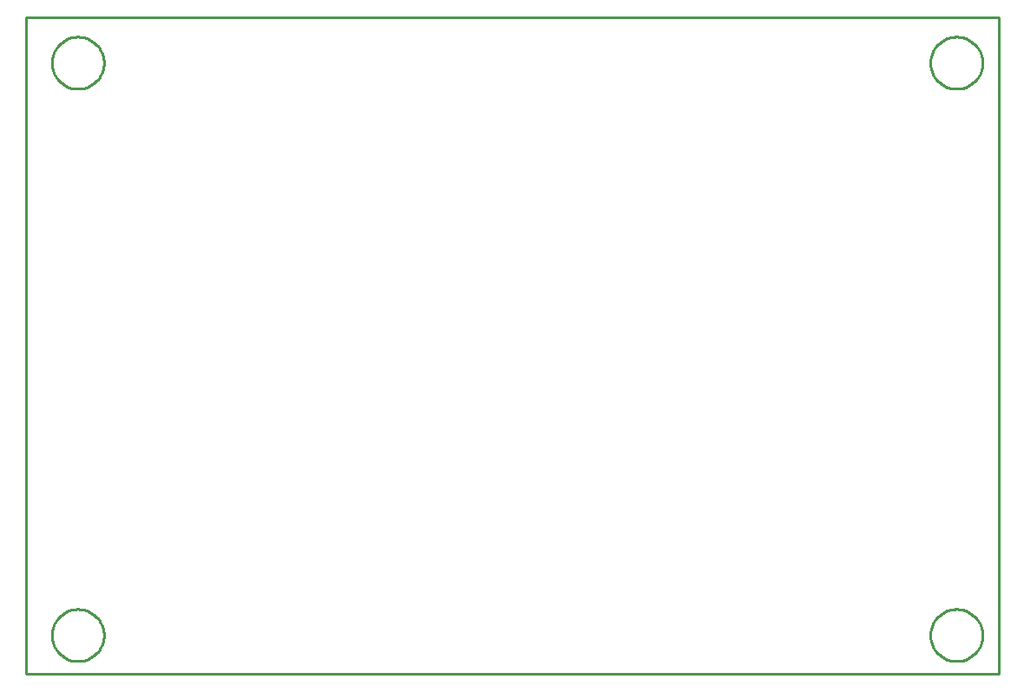
<source format=gbr>
G04 EAGLE Gerber RS-274X export*
G75*
%MOMM*%
%FSLAX34Y34*%
%LPD*%
%IN*%
%IPPOS*%
%AMOC8*
5,1,8,0,0,1.08239X$1,22.5*%
G01*
%ADD10C,0.000000*%
%ADD11C,0.254000*%


D10*
X76200Y95250D02*
X1025400Y95250D01*
X1025400Y736500D01*
X76200Y736500D01*
X76200Y95250D01*
X958850Y133350D02*
X958858Y133973D01*
X958881Y134596D01*
X958919Y135219D01*
X958972Y135840D01*
X959041Y136459D01*
X959125Y137077D01*
X959224Y137692D01*
X959338Y138305D01*
X959467Y138915D01*
X959611Y139522D01*
X959770Y140125D01*
X959944Y140723D01*
X960132Y141318D01*
X960335Y141907D01*
X960552Y142491D01*
X960783Y143070D01*
X961029Y143643D01*
X961289Y144210D01*
X961562Y144770D01*
X961849Y145323D01*
X962150Y145870D01*
X962464Y146408D01*
X962791Y146939D01*
X963131Y147461D01*
X963483Y147976D01*
X963849Y148481D01*
X964226Y148977D01*
X964616Y149464D01*
X965017Y149941D01*
X965430Y150408D01*
X965854Y150864D01*
X966289Y151311D01*
X966736Y151746D01*
X967192Y152170D01*
X967659Y152583D01*
X968136Y152984D01*
X968623Y153374D01*
X969119Y153751D01*
X969624Y154117D01*
X970139Y154469D01*
X970661Y154809D01*
X971192Y155136D01*
X971730Y155450D01*
X972277Y155751D01*
X972830Y156038D01*
X973390Y156311D01*
X973957Y156571D01*
X974530Y156817D01*
X975109Y157048D01*
X975693Y157265D01*
X976282Y157468D01*
X976877Y157656D01*
X977475Y157830D01*
X978078Y157989D01*
X978685Y158133D01*
X979295Y158262D01*
X979908Y158376D01*
X980523Y158475D01*
X981141Y158559D01*
X981760Y158628D01*
X982381Y158681D01*
X983004Y158719D01*
X983627Y158742D01*
X984250Y158750D01*
X984873Y158742D01*
X985496Y158719D01*
X986119Y158681D01*
X986740Y158628D01*
X987359Y158559D01*
X987977Y158475D01*
X988592Y158376D01*
X989205Y158262D01*
X989815Y158133D01*
X990422Y157989D01*
X991025Y157830D01*
X991623Y157656D01*
X992218Y157468D01*
X992807Y157265D01*
X993391Y157048D01*
X993970Y156817D01*
X994543Y156571D01*
X995110Y156311D01*
X995670Y156038D01*
X996223Y155751D01*
X996770Y155450D01*
X997308Y155136D01*
X997839Y154809D01*
X998361Y154469D01*
X998876Y154117D01*
X999381Y153751D01*
X999877Y153374D01*
X1000364Y152984D01*
X1000841Y152583D01*
X1001308Y152170D01*
X1001764Y151746D01*
X1002211Y151311D01*
X1002646Y150864D01*
X1003070Y150408D01*
X1003483Y149941D01*
X1003884Y149464D01*
X1004274Y148977D01*
X1004651Y148481D01*
X1005017Y147976D01*
X1005369Y147461D01*
X1005709Y146939D01*
X1006036Y146408D01*
X1006350Y145870D01*
X1006651Y145323D01*
X1006938Y144770D01*
X1007211Y144210D01*
X1007471Y143643D01*
X1007717Y143070D01*
X1007948Y142491D01*
X1008165Y141907D01*
X1008368Y141318D01*
X1008556Y140723D01*
X1008730Y140125D01*
X1008889Y139522D01*
X1009033Y138915D01*
X1009162Y138305D01*
X1009276Y137692D01*
X1009375Y137077D01*
X1009459Y136459D01*
X1009528Y135840D01*
X1009581Y135219D01*
X1009619Y134596D01*
X1009642Y133973D01*
X1009650Y133350D01*
X1009642Y132727D01*
X1009619Y132104D01*
X1009581Y131481D01*
X1009528Y130860D01*
X1009459Y130241D01*
X1009375Y129623D01*
X1009276Y129008D01*
X1009162Y128395D01*
X1009033Y127785D01*
X1008889Y127178D01*
X1008730Y126575D01*
X1008556Y125977D01*
X1008368Y125382D01*
X1008165Y124793D01*
X1007948Y124209D01*
X1007717Y123630D01*
X1007471Y123057D01*
X1007211Y122490D01*
X1006938Y121930D01*
X1006651Y121377D01*
X1006350Y120830D01*
X1006036Y120292D01*
X1005709Y119761D01*
X1005369Y119239D01*
X1005017Y118724D01*
X1004651Y118219D01*
X1004274Y117723D01*
X1003884Y117236D01*
X1003483Y116759D01*
X1003070Y116292D01*
X1002646Y115836D01*
X1002211Y115389D01*
X1001764Y114954D01*
X1001308Y114530D01*
X1000841Y114117D01*
X1000364Y113716D01*
X999877Y113326D01*
X999381Y112949D01*
X998876Y112583D01*
X998361Y112231D01*
X997839Y111891D01*
X997308Y111564D01*
X996770Y111250D01*
X996223Y110949D01*
X995670Y110662D01*
X995110Y110389D01*
X994543Y110129D01*
X993970Y109883D01*
X993391Y109652D01*
X992807Y109435D01*
X992218Y109232D01*
X991623Y109044D01*
X991025Y108870D01*
X990422Y108711D01*
X989815Y108567D01*
X989205Y108438D01*
X988592Y108324D01*
X987977Y108225D01*
X987359Y108141D01*
X986740Y108072D01*
X986119Y108019D01*
X985496Y107981D01*
X984873Y107958D01*
X984250Y107950D01*
X983627Y107958D01*
X983004Y107981D01*
X982381Y108019D01*
X981760Y108072D01*
X981141Y108141D01*
X980523Y108225D01*
X979908Y108324D01*
X979295Y108438D01*
X978685Y108567D01*
X978078Y108711D01*
X977475Y108870D01*
X976877Y109044D01*
X976282Y109232D01*
X975693Y109435D01*
X975109Y109652D01*
X974530Y109883D01*
X973957Y110129D01*
X973390Y110389D01*
X972830Y110662D01*
X972277Y110949D01*
X971730Y111250D01*
X971192Y111564D01*
X970661Y111891D01*
X970139Y112231D01*
X969624Y112583D01*
X969119Y112949D01*
X968623Y113326D01*
X968136Y113716D01*
X967659Y114117D01*
X967192Y114530D01*
X966736Y114954D01*
X966289Y115389D01*
X965854Y115836D01*
X965430Y116292D01*
X965017Y116759D01*
X964616Y117236D01*
X964226Y117723D01*
X963849Y118219D01*
X963483Y118724D01*
X963131Y119239D01*
X962791Y119761D01*
X962464Y120292D01*
X962150Y120830D01*
X961849Y121377D01*
X961562Y121930D01*
X961289Y122490D01*
X961029Y123057D01*
X960783Y123630D01*
X960552Y124209D01*
X960335Y124793D01*
X960132Y125382D01*
X959944Y125977D01*
X959770Y126575D01*
X959611Y127178D01*
X959467Y127785D01*
X959338Y128395D01*
X959224Y129008D01*
X959125Y129623D01*
X959041Y130241D01*
X958972Y130860D01*
X958919Y131481D01*
X958881Y132104D01*
X958858Y132727D01*
X958850Y133350D01*
X101600Y133350D02*
X101608Y133973D01*
X101631Y134596D01*
X101669Y135219D01*
X101722Y135840D01*
X101791Y136459D01*
X101875Y137077D01*
X101974Y137692D01*
X102088Y138305D01*
X102217Y138915D01*
X102361Y139522D01*
X102520Y140125D01*
X102694Y140723D01*
X102882Y141318D01*
X103085Y141907D01*
X103302Y142491D01*
X103533Y143070D01*
X103779Y143643D01*
X104039Y144210D01*
X104312Y144770D01*
X104599Y145323D01*
X104900Y145870D01*
X105214Y146408D01*
X105541Y146939D01*
X105881Y147461D01*
X106233Y147976D01*
X106599Y148481D01*
X106976Y148977D01*
X107366Y149464D01*
X107767Y149941D01*
X108180Y150408D01*
X108604Y150864D01*
X109039Y151311D01*
X109486Y151746D01*
X109942Y152170D01*
X110409Y152583D01*
X110886Y152984D01*
X111373Y153374D01*
X111869Y153751D01*
X112374Y154117D01*
X112889Y154469D01*
X113411Y154809D01*
X113942Y155136D01*
X114480Y155450D01*
X115027Y155751D01*
X115580Y156038D01*
X116140Y156311D01*
X116707Y156571D01*
X117280Y156817D01*
X117859Y157048D01*
X118443Y157265D01*
X119032Y157468D01*
X119627Y157656D01*
X120225Y157830D01*
X120828Y157989D01*
X121435Y158133D01*
X122045Y158262D01*
X122658Y158376D01*
X123273Y158475D01*
X123891Y158559D01*
X124510Y158628D01*
X125131Y158681D01*
X125754Y158719D01*
X126377Y158742D01*
X127000Y158750D01*
X127623Y158742D01*
X128246Y158719D01*
X128869Y158681D01*
X129490Y158628D01*
X130109Y158559D01*
X130727Y158475D01*
X131342Y158376D01*
X131955Y158262D01*
X132565Y158133D01*
X133172Y157989D01*
X133775Y157830D01*
X134373Y157656D01*
X134968Y157468D01*
X135557Y157265D01*
X136141Y157048D01*
X136720Y156817D01*
X137293Y156571D01*
X137860Y156311D01*
X138420Y156038D01*
X138973Y155751D01*
X139520Y155450D01*
X140058Y155136D01*
X140589Y154809D01*
X141111Y154469D01*
X141626Y154117D01*
X142131Y153751D01*
X142627Y153374D01*
X143114Y152984D01*
X143591Y152583D01*
X144058Y152170D01*
X144514Y151746D01*
X144961Y151311D01*
X145396Y150864D01*
X145820Y150408D01*
X146233Y149941D01*
X146634Y149464D01*
X147024Y148977D01*
X147401Y148481D01*
X147767Y147976D01*
X148119Y147461D01*
X148459Y146939D01*
X148786Y146408D01*
X149100Y145870D01*
X149401Y145323D01*
X149688Y144770D01*
X149961Y144210D01*
X150221Y143643D01*
X150467Y143070D01*
X150698Y142491D01*
X150915Y141907D01*
X151118Y141318D01*
X151306Y140723D01*
X151480Y140125D01*
X151639Y139522D01*
X151783Y138915D01*
X151912Y138305D01*
X152026Y137692D01*
X152125Y137077D01*
X152209Y136459D01*
X152278Y135840D01*
X152331Y135219D01*
X152369Y134596D01*
X152392Y133973D01*
X152400Y133350D01*
X152392Y132727D01*
X152369Y132104D01*
X152331Y131481D01*
X152278Y130860D01*
X152209Y130241D01*
X152125Y129623D01*
X152026Y129008D01*
X151912Y128395D01*
X151783Y127785D01*
X151639Y127178D01*
X151480Y126575D01*
X151306Y125977D01*
X151118Y125382D01*
X150915Y124793D01*
X150698Y124209D01*
X150467Y123630D01*
X150221Y123057D01*
X149961Y122490D01*
X149688Y121930D01*
X149401Y121377D01*
X149100Y120830D01*
X148786Y120292D01*
X148459Y119761D01*
X148119Y119239D01*
X147767Y118724D01*
X147401Y118219D01*
X147024Y117723D01*
X146634Y117236D01*
X146233Y116759D01*
X145820Y116292D01*
X145396Y115836D01*
X144961Y115389D01*
X144514Y114954D01*
X144058Y114530D01*
X143591Y114117D01*
X143114Y113716D01*
X142627Y113326D01*
X142131Y112949D01*
X141626Y112583D01*
X141111Y112231D01*
X140589Y111891D01*
X140058Y111564D01*
X139520Y111250D01*
X138973Y110949D01*
X138420Y110662D01*
X137860Y110389D01*
X137293Y110129D01*
X136720Y109883D01*
X136141Y109652D01*
X135557Y109435D01*
X134968Y109232D01*
X134373Y109044D01*
X133775Y108870D01*
X133172Y108711D01*
X132565Y108567D01*
X131955Y108438D01*
X131342Y108324D01*
X130727Y108225D01*
X130109Y108141D01*
X129490Y108072D01*
X128869Y108019D01*
X128246Y107981D01*
X127623Y107958D01*
X127000Y107950D01*
X126377Y107958D01*
X125754Y107981D01*
X125131Y108019D01*
X124510Y108072D01*
X123891Y108141D01*
X123273Y108225D01*
X122658Y108324D01*
X122045Y108438D01*
X121435Y108567D01*
X120828Y108711D01*
X120225Y108870D01*
X119627Y109044D01*
X119032Y109232D01*
X118443Y109435D01*
X117859Y109652D01*
X117280Y109883D01*
X116707Y110129D01*
X116140Y110389D01*
X115580Y110662D01*
X115027Y110949D01*
X114480Y111250D01*
X113942Y111564D01*
X113411Y111891D01*
X112889Y112231D01*
X112374Y112583D01*
X111869Y112949D01*
X111373Y113326D01*
X110886Y113716D01*
X110409Y114117D01*
X109942Y114530D01*
X109486Y114954D01*
X109039Y115389D01*
X108604Y115836D01*
X108180Y116292D01*
X107767Y116759D01*
X107366Y117236D01*
X106976Y117723D01*
X106599Y118219D01*
X106233Y118724D01*
X105881Y119239D01*
X105541Y119761D01*
X105214Y120292D01*
X104900Y120830D01*
X104599Y121377D01*
X104312Y121930D01*
X104039Y122490D01*
X103779Y123057D01*
X103533Y123630D01*
X103302Y124209D01*
X103085Y124793D01*
X102882Y125382D01*
X102694Y125977D01*
X102520Y126575D01*
X102361Y127178D01*
X102217Y127785D01*
X102088Y128395D01*
X101974Y129008D01*
X101875Y129623D01*
X101791Y130241D01*
X101722Y130860D01*
X101669Y131481D01*
X101631Y132104D01*
X101608Y132727D01*
X101600Y133350D01*
X101600Y692150D02*
X101608Y692773D01*
X101631Y693396D01*
X101669Y694019D01*
X101722Y694640D01*
X101791Y695259D01*
X101875Y695877D01*
X101974Y696492D01*
X102088Y697105D01*
X102217Y697715D01*
X102361Y698322D01*
X102520Y698925D01*
X102694Y699523D01*
X102882Y700118D01*
X103085Y700707D01*
X103302Y701291D01*
X103533Y701870D01*
X103779Y702443D01*
X104039Y703010D01*
X104312Y703570D01*
X104599Y704123D01*
X104900Y704670D01*
X105214Y705208D01*
X105541Y705739D01*
X105881Y706261D01*
X106233Y706776D01*
X106599Y707281D01*
X106976Y707777D01*
X107366Y708264D01*
X107767Y708741D01*
X108180Y709208D01*
X108604Y709664D01*
X109039Y710111D01*
X109486Y710546D01*
X109942Y710970D01*
X110409Y711383D01*
X110886Y711784D01*
X111373Y712174D01*
X111869Y712551D01*
X112374Y712917D01*
X112889Y713269D01*
X113411Y713609D01*
X113942Y713936D01*
X114480Y714250D01*
X115027Y714551D01*
X115580Y714838D01*
X116140Y715111D01*
X116707Y715371D01*
X117280Y715617D01*
X117859Y715848D01*
X118443Y716065D01*
X119032Y716268D01*
X119627Y716456D01*
X120225Y716630D01*
X120828Y716789D01*
X121435Y716933D01*
X122045Y717062D01*
X122658Y717176D01*
X123273Y717275D01*
X123891Y717359D01*
X124510Y717428D01*
X125131Y717481D01*
X125754Y717519D01*
X126377Y717542D01*
X127000Y717550D01*
X127623Y717542D01*
X128246Y717519D01*
X128869Y717481D01*
X129490Y717428D01*
X130109Y717359D01*
X130727Y717275D01*
X131342Y717176D01*
X131955Y717062D01*
X132565Y716933D01*
X133172Y716789D01*
X133775Y716630D01*
X134373Y716456D01*
X134968Y716268D01*
X135557Y716065D01*
X136141Y715848D01*
X136720Y715617D01*
X137293Y715371D01*
X137860Y715111D01*
X138420Y714838D01*
X138973Y714551D01*
X139520Y714250D01*
X140058Y713936D01*
X140589Y713609D01*
X141111Y713269D01*
X141626Y712917D01*
X142131Y712551D01*
X142627Y712174D01*
X143114Y711784D01*
X143591Y711383D01*
X144058Y710970D01*
X144514Y710546D01*
X144961Y710111D01*
X145396Y709664D01*
X145820Y709208D01*
X146233Y708741D01*
X146634Y708264D01*
X147024Y707777D01*
X147401Y707281D01*
X147767Y706776D01*
X148119Y706261D01*
X148459Y705739D01*
X148786Y705208D01*
X149100Y704670D01*
X149401Y704123D01*
X149688Y703570D01*
X149961Y703010D01*
X150221Y702443D01*
X150467Y701870D01*
X150698Y701291D01*
X150915Y700707D01*
X151118Y700118D01*
X151306Y699523D01*
X151480Y698925D01*
X151639Y698322D01*
X151783Y697715D01*
X151912Y697105D01*
X152026Y696492D01*
X152125Y695877D01*
X152209Y695259D01*
X152278Y694640D01*
X152331Y694019D01*
X152369Y693396D01*
X152392Y692773D01*
X152400Y692150D01*
X152392Y691527D01*
X152369Y690904D01*
X152331Y690281D01*
X152278Y689660D01*
X152209Y689041D01*
X152125Y688423D01*
X152026Y687808D01*
X151912Y687195D01*
X151783Y686585D01*
X151639Y685978D01*
X151480Y685375D01*
X151306Y684777D01*
X151118Y684182D01*
X150915Y683593D01*
X150698Y683009D01*
X150467Y682430D01*
X150221Y681857D01*
X149961Y681290D01*
X149688Y680730D01*
X149401Y680177D01*
X149100Y679630D01*
X148786Y679092D01*
X148459Y678561D01*
X148119Y678039D01*
X147767Y677524D01*
X147401Y677019D01*
X147024Y676523D01*
X146634Y676036D01*
X146233Y675559D01*
X145820Y675092D01*
X145396Y674636D01*
X144961Y674189D01*
X144514Y673754D01*
X144058Y673330D01*
X143591Y672917D01*
X143114Y672516D01*
X142627Y672126D01*
X142131Y671749D01*
X141626Y671383D01*
X141111Y671031D01*
X140589Y670691D01*
X140058Y670364D01*
X139520Y670050D01*
X138973Y669749D01*
X138420Y669462D01*
X137860Y669189D01*
X137293Y668929D01*
X136720Y668683D01*
X136141Y668452D01*
X135557Y668235D01*
X134968Y668032D01*
X134373Y667844D01*
X133775Y667670D01*
X133172Y667511D01*
X132565Y667367D01*
X131955Y667238D01*
X131342Y667124D01*
X130727Y667025D01*
X130109Y666941D01*
X129490Y666872D01*
X128869Y666819D01*
X128246Y666781D01*
X127623Y666758D01*
X127000Y666750D01*
X126377Y666758D01*
X125754Y666781D01*
X125131Y666819D01*
X124510Y666872D01*
X123891Y666941D01*
X123273Y667025D01*
X122658Y667124D01*
X122045Y667238D01*
X121435Y667367D01*
X120828Y667511D01*
X120225Y667670D01*
X119627Y667844D01*
X119032Y668032D01*
X118443Y668235D01*
X117859Y668452D01*
X117280Y668683D01*
X116707Y668929D01*
X116140Y669189D01*
X115580Y669462D01*
X115027Y669749D01*
X114480Y670050D01*
X113942Y670364D01*
X113411Y670691D01*
X112889Y671031D01*
X112374Y671383D01*
X111869Y671749D01*
X111373Y672126D01*
X110886Y672516D01*
X110409Y672917D01*
X109942Y673330D01*
X109486Y673754D01*
X109039Y674189D01*
X108604Y674636D01*
X108180Y675092D01*
X107767Y675559D01*
X107366Y676036D01*
X106976Y676523D01*
X106599Y677019D01*
X106233Y677524D01*
X105881Y678039D01*
X105541Y678561D01*
X105214Y679092D01*
X104900Y679630D01*
X104599Y680177D01*
X104312Y680730D01*
X104039Y681290D01*
X103779Y681857D01*
X103533Y682430D01*
X103302Y683009D01*
X103085Y683593D01*
X102882Y684182D01*
X102694Y684777D01*
X102520Y685375D01*
X102361Y685978D01*
X102217Y686585D01*
X102088Y687195D01*
X101974Y687808D01*
X101875Y688423D01*
X101791Y689041D01*
X101722Y689660D01*
X101669Y690281D01*
X101631Y690904D01*
X101608Y691527D01*
X101600Y692150D01*
X958850Y692150D02*
X958858Y692773D01*
X958881Y693396D01*
X958919Y694019D01*
X958972Y694640D01*
X959041Y695259D01*
X959125Y695877D01*
X959224Y696492D01*
X959338Y697105D01*
X959467Y697715D01*
X959611Y698322D01*
X959770Y698925D01*
X959944Y699523D01*
X960132Y700118D01*
X960335Y700707D01*
X960552Y701291D01*
X960783Y701870D01*
X961029Y702443D01*
X961289Y703010D01*
X961562Y703570D01*
X961849Y704123D01*
X962150Y704670D01*
X962464Y705208D01*
X962791Y705739D01*
X963131Y706261D01*
X963483Y706776D01*
X963849Y707281D01*
X964226Y707777D01*
X964616Y708264D01*
X965017Y708741D01*
X965430Y709208D01*
X965854Y709664D01*
X966289Y710111D01*
X966736Y710546D01*
X967192Y710970D01*
X967659Y711383D01*
X968136Y711784D01*
X968623Y712174D01*
X969119Y712551D01*
X969624Y712917D01*
X970139Y713269D01*
X970661Y713609D01*
X971192Y713936D01*
X971730Y714250D01*
X972277Y714551D01*
X972830Y714838D01*
X973390Y715111D01*
X973957Y715371D01*
X974530Y715617D01*
X975109Y715848D01*
X975693Y716065D01*
X976282Y716268D01*
X976877Y716456D01*
X977475Y716630D01*
X978078Y716789D01*
X978685Y716933D01*
X979295Y717062D01*
X979908Y717176D01*
X980523Y717275D01*
X981141Y717359D01*
X981760Y717428D01*
X982381Y717481D01*
X983004Y717519D01*
X983627Y717542D01*
X984250Y717550D01*
X984873Y717542D01*
X985496Y717519D01*
X986119Y717481D01*
X986740Y717428D01*
X987359Y717359D01*
X987977Y717275D01*
X988592Y717176D01*
X989205Y717062D01*
X989815Y716933D01*
X990422Y716789D01*
X991025Y716630D01*
X991623Y716456D01*
X992218Y716268D01*
X992807Y716065D01*
X993391Y715848D01*
X993970Y715617D01*
X994543Y715371D01*
X995110Y715111D01*
X995670Y714838D01*
X996223Y714551D01*
X996770Y714250D01*
X997308Y713936D01*
X997839Y713609D01*
X998361Y713269D01*
X998876Y712917D01*
X999381Y712551D01*
X999877Y712174D01*
X1000364Y711784D01*
X1000841Y711383D01*
X1001308Y710970D01*
X1001764Y710546D01*
X1002211Y710111D01*
X1002646Y709664D01*
X1003070Y709208D01*
X1003483Y708741D01*
X1003884Y708264D01*
X1004274Y707777D01*
X1004651Y707281D01*
X1005017Y706776D01*
X1005369Y706261D01*
X1005709Y705739D01*
X1006036Y705208D01*
X1006350Y704670D01*
X1006651Y704123D01*
X1006938Y703570D01*
X1007211Y703010D01*
X1007471Y702443D01*
X1007717Y701870D01*
X1007948Y701291D01*
X1008165Y700707D01*
X1008368Y700118D01*
X1008556Y699523D01*
X1008730Y698925D01*
X1008889Y698322D01*
X1009033Y697715D01*
X1009162Y697105D01*
X1009276Y696492D01*
X1009375Y695877D01*
X1009459Y695259D01*
X1009528Y694640D01*
X1009581Y694019D01*
X1009619Y693396D01*
X1009642Y692773D01*
X1009650Y692150D01*
X1009642Y691527D01*
X1009619Y690904D01*
X1009581Y690281D01*
X1009528Y689660D01*
X1009459Y689041D01*
X1009375Y688423D01*
X1009276Y687808D01*
X1009162Y687195D01*
X1009033Y686585D01*
X1008889Y685978D01*
X1008730Y685375D01*
X1008556Y684777D01*
X1008368Y684182D01*
X1008165Y683593D01*
X1007948Y683009D01*
X1007717Y682430D01*
X1007471Y681857D01*
X1007211Y681290D01*
X1006938Y680730D01*
X1006651Y680177D01*
X1006350Y679630D01*
X1006036Y679092D01*
X1005709Y678561D01*
X1005369Y678039D01*
X1005017Y677524D01*
X1004651Y677019D01*
X1004274Y676523D01*
X1003884Y676036D01*
X1003483Y675559D01*
X1003070Y675092D01*
X1002646Y674636D01*
X1002211Y674189D01*
X1001764Y673754D01*
X1001308Y673330D01*
X1000841Y672917D01*
X1000364Y672516D01*
X999877Y672126D01*
X999381Y671749D01*
X998876Y671383D01*
X998361Y671031D01*
X997839Y670691D01*
X997308Y670364D01*
X996770Y670050D01*
X996223Y669749D01*
X995670Y669462D01*
X995110Y669189D01*
X994543Y668929D01*
X993970Y668683D01*
X993391Y668452D01*
X992807Y668235D01*
X992218Y668032D01*
X991623Y667844D01*
X991025Y667670D01*
X990422Y667511D01*
X989815Y667367D01*
X989205Y667238D01*
X988592Y667124D01*
X987977Y667025D01*
X987359Y666941D01*
X986740Y666872D01*
X986119Y666819D01*
X985496Y666781D01*
X984873Y666758D01*
X984250Y666750D01*
X983627Y666758D01*
X983004Y666781D01*
X982381Y666819D01*
X981760Y666872D01*
X981141Y666941D01*
X980523Y667025D01*
X979908Y667124D01*
X979295Y667238D01*
X978685Y667367D01*
X978078Y667511D01*
X977475Y667670D01*
X976877Y667844D01*
X976282Y668032D01*
X975693Y668235D01*
X975109Y668452D01*
X974530Y668683D01*
X973957Y668929D01*
X973390Y669189D01*
X972830Y669462D01*
X972277Y669749D01*
X971730Y670050D01*
X971192Y670364D01*
X970661Y670691D01*
X970139Y671031D01*
X969624Y671383D01*
X969119Y671749D01*
X968623Y672126D01*
X968136Y672516D01*
X967659Y672917D01*
X967192Y673330D01*
X966736Y673754D01*
X966289Y674189D01*
X965854Y674636D01*
X965430Y675092D01*
X965017Y675559D01*
X964616Y676036D01*
X964226Y676523D01*
X963849Y677019D01*
X963483Y677524D01*
X963131Y678039D01*
X962791Y678561D01*
X962464Y679092D01*
X962150Y679630D01*
X961849Y680177D01*
X961562Y680730D01*
X961289Y681290D01*
X961029Y681857D01*
X960783Y682430D01*
X960552Y683009D01*
X960335Y683593D01*
X960132Y684182D01*
X959944Y684777D01*
X959770Y685375D01*
X959611Y685978D01*
X959467Y686585D01*
X959338Y687195D01*
X959224Y687808D01*
X959125Y688423D01*
X959041Y689041D01*
X958972Y689660D01*
X958919Y690281D01*
X958881Y690904D01*
X958858Y691527D01*
X958850Y692150D01*
D11*
X76200Y95250D02*
X1025400Y95250D01*
X1025400Y736500D01*
X76200Y736500D01*
X76200Y95250D01*
X1009650Y132637D02*
X1009570Y131214D01*
X1009411Y129798D01*
X1009172Y128393D01*
X1008855Y127003D01*
X1008460Y125634D01*
X1007989Y124288D01*
X1007444Y122971D01*
X1006825Y121687D01*
X1006136Y120440D01*
X1005378Y119233D01*
X1004553Y118071D01*
X1003664Y116956D01*
X1002714Y115893D01*
X1001707Y114886D01*
X1000644Y113936D01*
X999529Y113047D01*
X998367Y112222D01*
X997160Y111464D01*
X995913Y110775D01*
X994629Y110156D01*
X993312Y109611D01*
X991966Y109140D01*
X990597Y108745D01*
X989207Y108428D01*
X987802Y108190D01*
X986386Y108030D01*
X984963Y107950D01*
X983537Y107950D01*
X982114Y108030D01*
X980698Y108190D01*
X979293Y108428D01*
X977903Y108745D01*
X976534Y109140D01*
X975188Y109611D01*
X973871Y110156D01*
X972587Y110775D01*
X971340Y111464D01*
X970133Y112222D01*
X968971Y113047D01*
X967856Y113936D01*
X966793Y114886D01*
X965786Y115893D01*
X964836Y116956D01*
X963947Y118071D01*
X963122Y119233D01*
X962364Y120440D01*
X961675Y121687D01*
X961056Y122971D01*
X960511Y124288D01*
X960040Y125634D01*
X959645Y127003D01*
X959328Y128393D01*
X959090Y129798D01*
X958930Y131214D01*
X958850Y132637D01*
X958850Y134063D01*
X958930Y135486D01*
X959090Y136902D01*
X959328Y138307D01*
X959645Y139697D01*
X960040Y141066D01*
X960511Y142412D01*
X961056Y143729D01*
X961675Y145013D01*
X962364Y146260D01*
X963122Y147467D01*
X963947Y148629D01*
X964836Y149744D01*
X965786Y150807D01*
X966793Y151814D01*
X967856Y152764D01*
X968971Y153653D01*
X970133Y154478D01*
X971340Y155236D01*
X972587Y155925D01*
X973871Y156544D01*
X975188Y157089D01*
X976534Y157560D01*
X977903Y157955D01*
X979293Y158272D01*
X980698Y158511D01*
X982114Y158670D01*
X983537Y158750D01*
X984963Y158750D01*
X986386Y158670D01*
X987802Y158511D01*
X989207Y158272D01*
X990597Y157955D01*
X991966Y157560D01*
X993312Y157089D01*
X994629Y156544D01*
X995913Y155925D01*
X997160Y155236D01*
X998367Y154478D01*
X999529Y153653D01*
X1000644Y152764D01*
X1001707Y151814D01*
X1002714Y150807D01*
X1003664Y149744D01*
X1004553Y148629D01*
X1005378Y147467D01*
X1006136Y146260D01*
X1006825Y145013D01*
X1007444Y143729D01*
X1007989Y142412D01*
X1008460Y141066D01*
X1008855Y139697D01*
X1009172Y138307D01*
X1009411Y136902D01*
X1009570Y135486D01*
X1009650Y134063D01*
X1009650Y132637D01*
X152400Y132637D02*
X152320Y131214D01*
X152161Y129798D01*
X151922Y128393D01*
X151605Y127003D01*
X151210Y125634D01*
X150739Y124288D01*
X150194Y122971D01*
X149575Y121687D01*
X148886Y120440D01*
X148128Y119233D01*
X147303Y118071D01*
X146414Y116956D01*
X145464Y115893D01*
X144457Y114886D01*
X143394Y113936D01*
X142279Y113047D01*
X141117Y112222D01*
X139910Y111464D01*
X138663Y110775D01*
X137379Y110156D01*
X136062Y109611D01*
X134716Y109140D01*
X133347Y108745D01*
X131957Y108428D01*
X130552Y108190D01*
X129136Y108030D01*
X127713Y107950D01*
X126287Y107950D01*
X124864Y108030D01*
X123448Y108190D01*
X122043Y108428D01*
X120653Y108745D01*
X119284Y109140D01*
X117938Y109611D01*
X116621Y110156D01*
X115337Y110775D01*
X114090Y111464D01*
X112883Y112222D01*
X111721Y113047D01*
X110606Y113936D01*
X109543Y114886D01*
X108536Y115893D01*
X107586Y116956D01*
X106697Y118071D01*
X105872Y119233D01*
X105114Y120440D01*
X104425Y121687D01*
X103806Y122971D01*
X103261Y124288D01*
X102790Y125634D01*
X102395Y127003D01*
X102078Y128393D01*
X101840Y129798D01*
X101680Y131214D01*
X101600Y132637D01*
X101600Y134063D01*
X101680Y135486D01*
X101840Y136902D01*
X102078Y138307D01*
X102395Y139697D01*
X102790Y141066D01*
X103261Y142412D01*
X103806Y143729D01*
X104425Y145013D01*
X105114Y146260D01*
X105872Y147467D01*
X106697Y148629D01*
X107586Y149744D01*
X108536Y150807D01*
X109543Y151814D01*
X110606Y152764D01*
X111721Y153653D01*
X112883Y154478D01*
X114090Y155236D01*
X115337Y155925D01*
X116621Y156544D01*
X117938Y157089D01*
X119284Y157560D01*
X120653Y157955D01*
X122043Y158272D01*
X123448Y158511D01*
X124864Y158670D01*
X126287Y158750D01*
X127713Y158750D01*
X129136Y158670D01*
X130552Y158511D01*
X131957Y158272D01*
X133347Y157955D01*
X134716Y157560D01*
X136062Y157089D01*
X137379Y156544D01*
X138663Y155925D01*
X139910Y155236D01*
X141117Y154478D01*
X142279Y153653D01*
X143394Y152764D01*
X144457Y151814D01*
X145464Y150807D01*
X146414Y149744D01*
X147303Y148629D01*
X148128Y147467D01*
X148886Y146260D01*
X149575Y145013D01*
X150194Y143729D01*
X150739Y142412D01*
X151210Y141066D01*
X151605Y139697D01*
X151922Y138307D01*
X152161Y136902D01*
X152320Y135486D01*
X152400Y134063D01*
X152400Y132637D01*
X152400Y691437D02*
X152320Y690014D01*
X152161Y688598D01*
X151922Y687193D01*
X151605Y685803D01*
X151210Y684434D01*
X150739Y683088D01*
X150194Y681771D01*
X149575Y680487D01*
X148886Y679240D01*
X148128Y678033D01*
X147303Y676871D01*
X146414Y675756D01*
X145464Y674693D01*
X144457Y673686D01*
X143394Y672736D01*
X142279Y671847D01*
X141117Y671022D01*
X139910Y670264D01*
X138663Y669575D01*
X137379Y668956D01*
X136062Y668411D01*
X134716Y667940D01*
X133347Y667545D01*
X131957Y667228D01*
X130552Y666990D01*
X129136Y666830D01*
X127713Y666750D01*
X126287Y666750D01*
X124864Y666830D01*
X123448Y666990D01*
X122043Y667228D01*
X120653Y667545D01*
X119284Y667940D01*
X117938Y668411D01*
X116621Y668956D01*
X115337Y669575D01*
X114090Y670264D01*
X112883Y671022D01*
X111721Y671847D01*
X110606Y672736D01*
X109543Y673686D01*
X108536Y674693D01*
X107586Y675756D01*
X106697Y676871D01*
X105872Y678033D01*
X105114Y679240D01*
X104425Y680487D01*
X103806Y681771D01*
X103261Y683088D01*
X102790Y684434D01*
X102395Y685803D01*
X102078Y687193D01*
X101840Y688598D01*
X101680Y690014D01*
X101600Y691437D01*
X101600Y692863D01*
X101680Y694286D01*
X101840Y695702D01*
X102078Y697107D01*
X102395Y698497D01*
X102790Y699866D01*
X103261Y701212D01*
X103806Y702529D01*
X104425Y703813D01*
X105114Y705060D01*
X105872Y706267D01*
X106697Y707429D01*
X107586Y708544D01*
X108536Y709607D01*
X109543Y710614D01*
X110606Y711564D01*
X111721Y712453D01*
X112883Y713278D01*
X114090Y714036D01*
X115337Y714725D01*
X116621Y715344D01*
X117938Y715889D01*
X119284Y716360D01*
X120653Y716755D01*
X122043Y717072D01*
X123448Y717311D01*
X124864Y717470D01*
X126287Y717550D01*
X127713Y717550D01*
X129136Y717470D01*
X130552Y717311D01*
X131957Y717072D01*
X133347Y716755D01*
X134716Y716360D01*
X136062Y715889D01*
X137379Y715344D01*
X138663Y714725D01*
X139910Y714036D01*
X141117Y713278D01*
X142279Y712453D01*
X143394Y711564D01*
X144457Y710614D01*
X145464Y709607D01*
X146414Y708544D01*
X147303Y707429D01*
X148128Y706267D01*
X148886Y705060D01*
X149575Y703813D01*
X150194Y702529D01*
X150739Y701212D01*
X151210Y699866D01*
X151605Y698497D01*
X151922Y697107D01*
X152161Y695702D01*
X152320Y694286D01*
X152400Y692863D01*
X152400Y691437D01*
X1009650Y691437D02*
X1009570Y690014D01*
X1009411Y688598D01*
X1009172Y687193D01*
X1008855Y685803D01*
X1008460Y684434D01*
X1007989Y683088D01*
X1007444Y681771D01*
X1006825Y680487D01*
X1006136Y679240D01*
X1005378Y678033D01*
X1004553Y676871D01*
X1003664Y675756D01*
X1002714Y674693D01*
X1001707Y673686D01*
X1000644Y672736D01*
X999529Y671847D01*
X998367Y671022D01*
X997160Y670264D01*
X995913Y669575D01*
X994629Y668956D01*
X993312Y668411D01*
X991966Y667940D01*
X990597Y667545D01*
X989207Y667228D01*
X987802Y666990D01*
X986386Y666830D01*
X984963Y666750D01*
X983537Y666750D01*
X982114Y666830D01*
X980698Y666990D01*
X979293Y667228D01*
X977903Y667545D01*
X976534Y667940D01*
X975188Y668411D01*
X973871Y668956D01*
X972587Y669575D01*
X971340Y670264D01*
X970133Y671022D01*
X968971Y671847D01*
X967856Y672736D01*
X966793Y673686D01*
X965786Y674693D01*
X964836Y675756D01*
X963947Y676871D01*
X963122Y678033D01*
X962364Y679240D01*
X961675Y680487D01*
X961056Y681771D01*
X960511Y683088D01*
X960040Y684434D01*
X959645Y685803D01*
X959328Y687193D01*
X959090Y688598D01*
X958930Y690014D01*
X958850Y691437D01*
X958850Y692863D01*
X958930Y694286D01*
X959090Y695702D01*
X959328Y697107D01*
X959645Y698497D01*
X960040Y699866D01*
X960511Y701212D01*
X961056Y702529D01*
X961675Y703813D01*
X962364Y705060D01*
X963122Y706267D01*
X963947Y707429D01*
X964836Y708544D01*
X965786Y709607D01*
X966793Y710614D01*
X967856Y711564D01*
X968971Y712453D01*
X970133Y713278D01*
X971340Y714036D01*
X972587Y714725D01*
X973871Y715344D01*
X975188Y715889D01*
X976534Y716360D01*
X977903Y716755D01*
X979293Y717072D01*
X980698Y717311D01*
X982114Y717470D01*
X983537Y717550D01*
X984963Y717550D01*
X986386Y717470D01*
X987802Y717311D01*
X989207Y717072D01*
X990597Y716755D01*
X991966Y716360D01*
X993312Y715889D01*
X994629Y715344D01*
X995913Y714725D01*
X997160Y714036D01*
X998367Y713278D01*
X999529Y712453D01*
X1000644Y711564D01*
X1001707Y710614D01*
X1002714Y709607D01*
X1003664Y708544D01*
X1004553Y707429D01*
X1005378Y706267D01*
X1006136Y705060D01*
X1006825Y703813D01*
X1007444Y702529D01*
X1007989Y701212D01*
X1008460Y699866D01*
X1008855Y698497D01*
X1009172Y697107D01*
X1009411Y695702D01*
X1009570Y694286D01*
X1009650Y692863D01*
X1009650Y691437D01*
M02*

</source>
